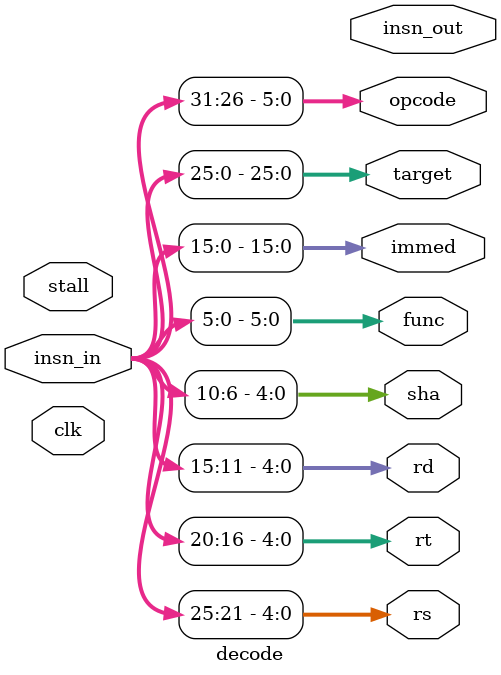
<source format=v>
module decode(
    input clk,
    input stall,
    input [31:0]insn_in,          // Instruction bits to decode
    //input [31:0]pc_in,     // Program counter for the instruction.
    
    output wire [4:0]rs,
    output wire [4:0]rt,
    output wire [4:0]rd,
    output wire [4:0]sha,
    output wire [5:0]func,
    output wire [15:0]immed,
    output wire [25:0]target,
    output wire [5:0]opcode,
    //output wire [31:0]pc_out,
    output wire [31:0]insn_out
);
    //reg illegal_insn;
    //reg [31:0] pc_in_r;
    //assign pc_out = pc_in_r;
    //assign insn_out = (stall)? 32'b0: insn_in;
    
    assign {opcode, rs, rt, rd, sha, func} = insn_in;
    assign target = insn_in[25:0];
    assign immed = insn_in[15:0];
    
    //always @ (posedge clk) pc_in_r <= pc_in;
       

    //We dont need to do this part of the decode here, the decoder is only responsible
    //for slicing up the instruction into the appropriate fields.
    //For now the logic of 'decoding' an instruction into assembly is being done in the TB
    //in the future that logic will go into the control unit
    
    
    /*
    // If we only decode on the change of the instruction this should be valid
    always @(insn_in) begin
        illegal_insn = 0;
        opcode = insn_in[31:26];
        
        if (((opcode & 6'b111000)>> 3) == 3'h0) begin
            if ((opcode & 6'b000111) == 3'h0) begin
                rs = insn_in[25:21];
                rt = insn_in[20:16];
                rd = insn_in[15:11];
                sha = insn_in[10:6];
                func = insn_in[5:0];
            end else if (((opcode & 6'b000111)  == 3'd2) || ((opcode & 6'b000111) == 3'd3)) begin
                target = insn_in[25:0];
            end else begin
                rs = insn_in[25:21];
                rt = insn_in[20:16];
                immed = insn_in[15:0];
            end
        end else if (((opcode & 6'b111000)>> 3) == 3'd1) begin
            rs = insn_in[25:21];
            rt = insn_in[20:16];
            immed = insn_in[15:0];
        end else if (((opcode & 6'b111000)>> 3) == 3'd3) begin
            rs = insn_in[25:21];
            rt = insn_in[20:16];
            rd = insn_in[15:11];
            sha = insn_in[10:6];
            func = insn_in[5:0];
        end else if (((opcode & 6'b111000)>> 3) == 3'd4) begin
            rs = insn_in[25:21];
            rt = insn_in[20:16];
            immed = insn_in[15:0];
        end else if (((opcode & 6'b111000)>> 3) == 3'd5) begin
            rs = insn_in[25:21];
            rt = insn_in[20:16];
            immed = insn_in[15:0];
        end else begin
            illegal_insn = 1;
        end
    end
    */
endmodule
</source>
